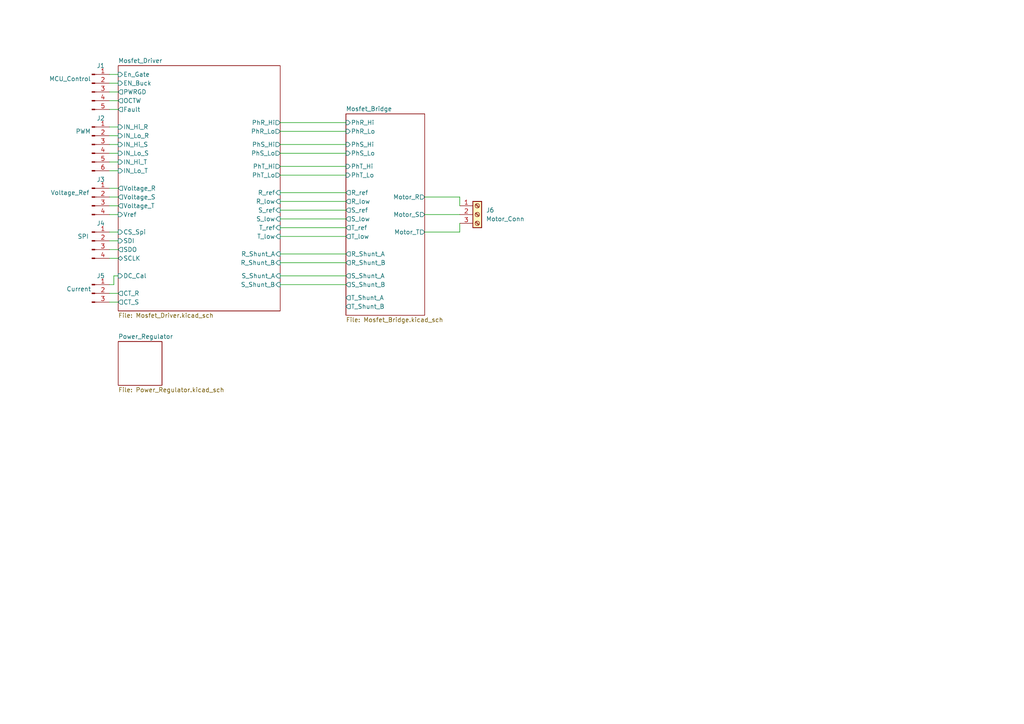
<source format=kicad_sch>
(kicad_sch (version 20211123) (generator eeschema)

  (uuid a9cb32f6-49de-4ab7-a69e-54da6e5c9201)

  (paper "A4")

  (title_block
    (title "BLDC Controller with FOC Support")
    (date "2023-02-12")
    (rev "v1")
    (comment 1 "Lecturer: Prof. Hacı Bodur")
    (comment 2 "Electrical Engineering course in Yildiz Technical University")
    (comment 3 "This design is for ELM4000 class which is graduation project on")
    (comment 4 "Author: Yunus Emre AYAN")
  )

  (lib_symbols
    (symbol "Connector:Conn_01x03_Male" (pin_names (offset 1.016) hide) (in_bom yes) (on_board yes)
      (property "Reference" "J" (id 0) (at 0 5.08 0)
        (effects (font (size 1.27 1.27)))
      )
      (property "Value" "Conn_01x03_Male" (id 1) (at 0 -5.08 0)
        (effects (font (size 1.27 1.27)))
      )
      (property "Footprint" "" (id 2) (at 0 0 0)
        (effects (font (size 1.27 1.27)) hide)
      )
      (property "Datasheet" "~" (id 3) (at 0 0 0)
        (effects (font (size 1.27 1.27)) hide)
      )
      (property "ki_keywords" "connector" (id 4) (at 0 0 0)
        (effects (font (size 1.27 1.27)) hide)
      )
      (property "ki_description" "Generic connector, single row, 01x03, script generated (kicad-library-utils/schlib/autogen/connector/)" (id 5) (at 0 0 0)
        (effects (font (size 1.27 1.27)) hide)
      )
      (property "ki_fp_filters" "Connector*:*_1x??_*" (id 6) (at 0 0 0)
        (effects (font (size 1.27 1.27)) hide)
      )
      (symbol "Conn_01x03_Male_1_1"
        (polyline
          (pts
            (xy 1.27 -2.54)
            (xy 0.8636 -2.54)
          )
          (stroke (width 0.1524) (type default) (color 0 0 0 0))
          (fill (type none))
        )
        (polyline
          (pts
            (xy 1.27 0)
            (xy 0.8636 0)
          )
          (stroke (width 0.1524) (type default) (color 0 0 0 0))
          (fill (type none))
        )
        (polyline
          (pts
            (xy 1.27 2.54)
            (xy 0.8636 2.54)
          )
          (stroke (width 0.1524) (type default) (color 0 0 0 0))
          (fill (type none))
        )
        (rectangle (start 0.8636 -2.413) (end 0 -2.667)
          (stroke (width 0.1524) (type default) (color 0 0 0 0))
          (fill (type outline))
        )
        (rectangle (start 0.8636 0.127) (end 0 -0.127)
          (stroke (width 0.1524) (type default) (color 0 0 0 0))
          (fill (type outline))
        )
        (rectangle (start 0.8636 2.667) (end 0 2.413)
          (stroke (width 0.1524) (type default) (color 0 0 0 0))
          (fill (type outline))
        )
        (pin passive line (at 5.08 2.54 180) (length 3.81)
          (name "Pin_1" (effects (font (size 1.27 1.27))))
          (number "1" (effects (font (size 1.27 1.27))))
        )
        (pin passive line (at 5.08 0 180) (length 3.81)
          (name "Pin_2" (effects (font (size 1.27 1.27))))
          (number "2" (effects (font (size 1.27 1.27))))
        )
        (pin passive line (at 5.08 -2.54 180) (length 3.81)
          (name "Pin_3" (effects (font (size 1.27 1.27))))
          (number "3" (effects (font (size 1.27 1.27))))
        )
      )
    )
    (symbol "Connector:Conn_01x04_Male" (pin_names (offset 1.016) hide) (in_bom yes) (on_board yes)
      (property "Reference" "J" (id 0) (at 0 5.08 0)
        (effects (font (size 1.27 1.27)))
      )
      (property "Value" "Conn_01x04_Male" (id 1) (at 0 -7.62 0)
        (effects (font (size 1.27 1.27)))
      )
      (property "Footprint" "" (id 2) (at 0 0 0)
        (effects (font (size 1.27 1.27)) hide)
      )
      (property "Datasheet" "~" (id 3) (at 0 0 0)
        (effects (font (size 1.27 1.27)) hide)
      )
      (property "ki_keywords" "connector" (id 4) (at 0 0 0)
        (effects (font (size 1.27 1.27)) hide)
      )
      (property "ki_description" "Generic connector, single row, 01x04, script generated (kicad-library-utils/schlib/autogen/connector/)" (id 5) (at 0 0 0)
        (effects (font (size 1.27 1.27)) hide)
      )
      (property "ki_fp_filters" "Connector*:*_1x??_*" (id 6) (at 0 0 0)
        (effects (font (size 1.27 1.27)) hide)
      )
      (symbol "Conn_01x04_Male_1_1"
        (polyline
          (pts
            (xy 1.27 -5.08)
            (xy 0.8636 -5.08)
          )
          (stroke (width 0.1524) (type default) (color 0 0 0 0))
          (fill (type none))
        )
        (polyline
          (pts
            (xy 1.27 -2.54)
            (xy 0.8636 -2.54)
          )
          (stroke (width 0.1524) (type default) (color 0 0 0 0))
          (fill (type none))
        )
        (polyline
          (pts
            (xy 1.27 0)
            (xy 0.8636 0)
          )
          (stroke (width 0.1524) (type default) (color 0 0 0 0))
          (fill (type none))
        )
        (polyline
          (pts
            (xy 1.27 2.54)
            (xy 0.8636 2.54)
          )
          (stroke (width 0.1524) (type default) (color 0 0 0 0))
          (fill (type none))
        )
        (rectangle (start 0.8636 -4.953) (end 0 -5.207)
          (stroke (width 0.1524) (type default) (color 0 0 0 0))
          (fill (type outline))
        )
        (rectangle (start 0.8636 -2.413) (end 0 -2.667)
          (stroke (width 0.1524) (type default) (color 0 0 0 0))
          (fill (type outline))
        )
        (rectangle (start 0.8636 0.127) (end 0 -0.127)
          (stroke (width 0.1524) (type default) (color 0 0 0 0))
          (fill (type outline))
        )
        (rectangle (start 0.8636 2.667) (end 0 2.413)
          (stroke (width 0.1524) (type default) (color 0 0 0 0))
          (fill (type outline))
        )
        (pin passive line (at 5.08 2.54 180) (length 3.81)
          (name "Pin_1" (effects (font (size 1.27 1.27))))
          (number "1" (effects (font (size 1.27 1.27))))
        )
        (pin passive line (at 5.08 0 180) (length 3.81)
          (name "Pin_2" (effects (font (size 1.27 1.27))))
          (number "2" (effects (font (size 1.27 1.27))))
        )
        (pin passive line (at 5.08 -2.54 180) (length 3.81)
          (name "Pin_3" (effects (font (size 1.27 1.27))))
          (number "3" (effects (font (size 1.27 1.27))))
        )
        (pin passive line (at 5.08 -5.08 180) (length 3.81)
          (name "Pin_4" (effects (font (size 1.27 1.27))))
          (number "4" (effects (font (size 1.27 1.27))))
        )
      )
    )
    (symbol "Connector:Conn_01x05_Male" (pin_names (offset 1.016) hide) (in_bom yes) (on_board yes)
      (property "Reference" "J" (id 0) (at 0 7.62 0)
        (effects (font (size 1.27 1.27)))
      )
      (property "Value" "Conn_01x05_Male" (id 1) (at 0 -7.62 0)
        (effects (font (size 1.27 1.27)))
      )
      (property "Footprint" "" (id 2) (at 0 0 0)
        (effects (font (size 1.27 1.27)) hide)
      )
      (property "Datasheet" "~" (id 3) (at 0 0 0)
        (effects (font (size 1.27 1.27)) hide)
      )
      (property "ki_keywords" "connector" (id 4) (at 0 0 0)
        (effects (font (size 1.27 1.27)) hide)
      )
      (property "ki_description" "Generic connector, single row, 01x05, script generated (kicad-library-utils/schlib/autogen/connector/)" (id 5) (at 0 0 0)
        (effects (font (size 1.27 1.27)) hide)
      )
      (property "ki_fp_filters" "Connector*:*_1x??_*" (id 6) (at 0 0 0)
        (effects (font (size 1.27 1.27)) hide)
      )
      (symbol "Conn_01x05_Male_1_1"
        (polyline
          (pts
            (xy 1.27 -5.08)
            (xy 0.8636 -5.08)
          )
          (stroke (width 0.1524) (type default) (color 0 0 0 0))
          (fill (type none))
        )
        (polyline
          (pts
            (xy 1.27 -2.54)
            (xy 0.8636 -2.54)
          )
          (stroke (width 0.1524) (type default) (color 0 0 0 0))
          (fill (type none))
        )
        (polyline
          (pts
            (xy 1.27 0)
            (xy 0.8636 0)
          )
          (stroke (width 0.1524) (type default) (color 0 0 0 0))
          (fill (type none))
        )
        (polyline
          (pts
            (xy 1.27 2.54)
            (xy 0.8636 2.54)
          )
          (stroke (width 0.1524) (type default) (color 0 0 0 0))
          (fill (type none))
        )
        (polyline
          (pts
            (xy 1.27 5.08)
            (xy 0.8636 5.08)
          )
          (stroke (width 0.1524) (type default) (color 0 0 0 0))
          (fill (type none))
        )
        (rectangle (start 0.8636 -4.953) (end 0 -5.207)
          (stroke (width 0.1524) (type default) (color 0 0 0 0))
          (fill (type outline))
        )
        (rectangle (start 0.8636 -2.413) (end 0 -2.667)
          (stroke (width 0.1524) (type default) (color 0 0 0 0))
          (fill (type outline))
        )
        (rectangle (start 0.8636 0.127) (end 0 -0.127)
          (stroke (width 0.1524) (type default) (color 0 0 0 0))
          (fill (type outline))
        )
        (rectangle (start 0.8636 2.667) (end 0 2.413)
          (stroke (width 0.1524) (type default) (color 0 0 0 0))
          (fill (type outline))
        )
        (rectangle (start 0.8636 5.207) (end 0 4.953)
          (stroke (width 0.1524) (type default) (color 0 0 0 0))
          (fill (type outline))
        )
        (pin passive line (at 5.08 5.08 180) (length 3.81)
          (name "Pin_1" (effects (font (size 1.27 1.27))))
          (number "1" (effects (font (size 1.27 1.27))))
        )
        (pin passive line (at 5.08 2.54 180) (length 3.81)
          (name "Pin_2" (effects (font (size 1.27 1.27))))
          (number "2" (effects (font (size 1.27 1.27))))
        )
        (pin passive line (at 5.08 0 180) (length 3.81)
          (name "Pin_3" (effects (font (size 1.27 1.27))))
          (number "3" (effects (font (size 1.27 1.27))))
        )
        (pin passive line (at 5.08 -2.54 180) (length 3.81)
          (name "Pin_4" (effects (font (size 1.27 1.27))))
          (number "4" (effects (font (size 1.27 1.27))))
        )
        (pin passive line (at 5.08 -5.08 180) (length 3.81)
          (name "Pin_5" (effects (font (size 1.27 1.27))))
          (number "5" (effects (font (size 1.27 1.27))))
        )
      )
    )
    (symbol "Connector:Conn_01x06_Male" (pin_names (offset 1.016) hide) (in_bom yes) (on_board yes)
      (property "Reference" "J" (id 0) (at 0 7.62 0)
        (effects (font (size 1.27 1.27)))
      )
      (property "Value" "Conn_01x06_Male" (id 1) (at 0 -10.16 0)
        (effects (font (size 1.27 1.27)))
      )
      (property "Footprint" "" (id 2) (at 0 0 0)
        (effects (font (size 1.27 1.27)) hide)
      )
      (property "Datasheet" "~" (id 3) (at 0 0 0)
        (effects (font (size 1.27 1.27)) hide)
      )
      (property "ki_keywords" "connector" (id 4) (at 0 0 0)
        (effects (font (size 1.27 1.27)) hide)
      )
      (property "ki_description" "Generic connector, single row, 01x06, script generated (kicad-library-utils/schlib/autogen/connector/)" (id 5) (at 0 0 0)
        (effects (font (size 1.27 1.27)) hide)
      )
      (property "ki_fp_filters" "Connector*:*_1x??_*" (id 6) (at 0 0 0)
        (effects (font (size 1.27 1.27)) hide)
      )
      (symbol "Conn_01x06_Male_1_1"
        (polyline
          (pts
            (xy 1.27 -7.62)
            (xy 0.8636 -7.62)
          )
          (stroke (width 0.1524) (type default) (color 0 0 0 0))
          (fill (type none))
        )
        (polyline
          (pts
            (xy 1.27 -5.08)
            (xy 0.8636 -5.08)
          )
          (stroke (width 0.1524) (type default) (color 0 0 0 0))
          (fill (type none))
        )
        (polyline
          (pts
            (xy 1.27 -2.54)
            (xy 0.8636 -2.54)
          )
          (stroke (width 0.1524) (type default) (color 0 0 0 0))
          (fill (type none))
        )
        (polyline
          (pts
            (xy 1.27 0)
            (xy 0.8636 0)
          )
          (stroke (width 0.1524) (type default) (color 0 0 0 0))
          (fill (type none))
        )
        (polyline
          (pts
            (xy 1.27 2.54)
            (xy 0.8636 2.54)
          )
          (stroke (width 0.1524) (type default) (color 0 0 0 0))
          (fill (type none))
        )
        (polyline
          (pts
            (xy 1.27 5.08)
            (xy 0.8636 5.08)
          )
          (stroke (width 0.1524) (type default) (color 0 0 0 0))
          (fill (type none))
        )
        (rectangle (start 0.8636 -7.493) (end 0 -7.747)
          (stroke (width 0.1524) (type default) (color 0 0 0 0))
          (fill (type outline))
        )
        (rectangle (start 0.8636 -4.953) (end 0 -5.207)
          (stroke (width 0.1524) (type default) (color 0 0 0 0))
          (fill (type outline))
        )
        (rectangle (start 0.8636 -2.413) (end 0 -2.667)
          (stroke (width 0.1524) (type default) (color 0 0 0 0))
          (fill (type outline))
        )
        (rectangle (start 0.8636 0.127) (end 0 -0.127)
          (stroke (width 0.1524) (type default) (color 0 0 0 0))
          (fill (type outline))
        )
        (rectangle (start 0.8636 2.667) (end 0 2.413)
          (stroke (width 0.1524) (type default) (color 0 0 0 0))
          (fill (type outline))
        )
        (rectangle (start 0.8636 5.207) (end 0 4.953)
          (stroke (width 0.1524) (type default) (color 0 0 0 0))
          (fill (type outline))
        )
        (pin passive line (at 5.08 5.08 180) (length 3.81)
          (name "Pin_1" (effects (font (size 1.27 1.27))))
          (number "1" (effects (font (size 1.27 1.27))))
        )
        (pin passive line (at 5.08 2.54 180) (length 3.81)
          (name "Pin_2" (effects (font (size 1.27 1.27))))
          (number "2" (effects (font (size 1.27 1.27))))
        )
        (pin passive line (at 5.08 0 180) (length 3.81)
          (name "Pin_3" (effects (font (size 1.27 1.27))))
          (number "3" (effects (font (size 1.27 1.27))))
        )
        (pin passive line (at 5.08 -2.54 180) (length 3.81)
          (name "Pin_4" (effects (font (size 1.27 1.27))))
          (number "4" (effects (font (size 1.27 1.27))))
        )
        (pin passive line (at 5.08 -5.08 180) (length 3.81)
          (name "Pin_5" (effects (font (size 1.27 1.27))))
          (number "5" (effects (font (size 1.27 1.27))))
        )
        (pin passive line (at 5.08 -7.62 180) (length 3.81)
          (name "Pin_6" (effects (font (size 1.27 1.27))))
          (number "6" (effects (font (size 1.27 1.27))))
        )
      )
    )
    (symbol "Connector:Screw_Terminal_01x03" (pin_names (offset 1.016) hide) (in_bom yes) (on_board yes)
      (property "Reference" "J" (id 0) (at 0 5.08 0)
        (effects (font (size 1.27 1.27)))
      )
      (property "Value" "Screw_Terminal_01x03" (id 1) (at 0 -5.08 0)
        (effects (font (size 1.27 1.27)))
      )
      (property "Footprint" "" (id 2) (at 0 0 0)
        (effects (font (size 1.27 1.27)) hide)
      )
      (property "Datasheet" "~" (id 3) (at 0 0 0)
        (effects (font (size 1.27 1.27)) hide)
      )
      (property "ki_keywords" "screw terminal" (id 4) (at 0 0 0)
        (effects (font (size 1.27 1.27)) hide)
      )
      (property "ki_description" "Generic screw terminal, single row, 01x03, script generated (kicad-library-utils/schlib/autogen/connector/)" (id 5) (at 0 0 0)
        (effects (font (size 1.27 1.27)) hide)
      )
      (property "ki_fp_filters" "TerminalBlock*:*" (id 6) (at 0 0 0)
        (effects (font (size 1.27 1.27)) hide)
      )
      (symbol "Screw_Terminal_01x03_1_1"
        (rectangle (start -1.27 3.81) (end 1.27 -3.81)
          (stroke (width 0.254) (type default) (color 0 0 0 0))
          (fill (type background))
        )
        (circle (center 0 -2.54) (radius 0.635)
          (stroke (width 0.1524) (type default) (color 0 0 0 0))
          (fill (type none))
        )
        (polyline
          (pts
            (xy -0.5334 -2.2098)
            (xy 0.3302 -3.048)
          )
          (stroke (width 0.1524) (type default) (color 0 0 0 0))
          (fill (type none))
        )
        (polyline
          (pts
            (xy -0.5334 0.3302)
            (xy 0.3302 -0.508)
          )
          (stroke (width 0.1524) (type default) (color 0 0 0 0))
          (fill (type none))
        )
        (polyline
          (pts
            (xy -0.5334 2.8702)
            (xy 0.3302 2.032)
          )
          (stroke (width 0.1524) (type default) (color 0 0 0 0))
          (fill (type none))
        )
        (polyline
          (pts
            (xy -0.3556 -2.032)
            (xy 0.508 -2.8702)
          )
          (stroke (width 0.1524) (type default) (color 0 0 0 0))
          (fill (type none))
        )
        (polyline
          (pts
            (xy -0.3556 0.508)
            (xy 0.508 -0.3302)
          )
          (stroke (width 0.1524) (type default) (color 0 0 0 0))
          (fill (type none))
        )
        (polyline
          (pts
            (xy -0.3556 3.048)
            (xy 0.508 2.2098)
          )
          (stroke (width 0.1524) (type default) (color 0 0 0 0))
          (fill (type none))
        )
        (circle (center 0 0) (radius 0.635)
          (stroke (width 0.1524) (type default) (color 0 0 0 0))
          (fill (type none))
        )
        (circle (center 0 2.54) (radius 0.635)
          (stroke (width 0.1524) (type default) (color 0 0 0 0))
          (fill (type none))
        )
        (pin passive line (at -5.08 2.54 0) (length 3.81)
          (name "Pin_1" (effects (font (size 1.27 1.27))))
          (number "1" (effects (font (size 1.27 1.27))))
        )
        (pin passive line (at -5.08 0 0) (length 3.81)
          (name "Pin_2" (effects (font (size 1.27 1.27))))
          (number "2" (effects (font (size 1.27 1.27))))
        )
        (pin passive line (at -5.08 -2.54 0) (length 3.81)
          (name "Pin_3" (effects (font (size 1.27 1.27))))
          (number "3" (effects (font (size 1.27 1.27))))
        )
      )
    )
  )


  (wire (pts (xy 133.35 57.15) (xy 133.35 59.69))
    (stroke (width 0) (type default) (color 0 0 0 0))
    (uuid 0702d43f-3368-4363-a8f2-c88169828aaa)
  )
  (wire (pts (xy 31.75 39.37) (xy 34.29 39.37))
    (stroke (width 0) (type default) (color 0 0 0 0))
    (uuid 10335873-00bc-4cdd-a616-0269c1716f1f)
  )
  (wire (pts (xy 31.75 29.21) (xy 34.29 29.21))
    (stroke (width 0) (type default) (color 0 0 0 0))
    (uuid 119b78ba-f47d-44cc-9f5e-bdc8d4734daa)
  )
  (wire (pts (xy 31.75 24.13) (xy 34.29 24.13))
    (stroke (width 0) (type default) (color 0 0 0 0))
    (uuid 1307e4bc-2750-4af6-8d23-624d9bfa8c5b)
  )
  (wire (pts (xy 31.75 36.83) (xy 34.29 36.83))
    (stroke (width 0) (type default) (color 0 0 0 0))
    (uuid 169b7374-b3c4-47f3-a300-a1cde09e0c7d)
  )
  (wire (pts (xy 31.75 87.63) (xy 34.29 87.63))
    (stroke (width 0) (type default) (color 0 0 0 0))
    (uuid 19edcb4d-91e5-4e9a-bd69-a09da9419e3a)
  )
  (wire (pts (xy 31.75 82.55) (xy 33.02 82.55))
    (stroke (width 0) (type default) (color 0 0 0 0))
    (uuid 27956858-fcf9-4f30-82d0-eca53ef84646)
  )
  (wire (pts (xy 123.19 62.23) (xy 133.35 62.23))
    (stroke (width 0) (type default) (color 0 0 0 0))
    (uuid 2f7d26b8-4e1b-4515-850b-09c9e6ac76ce)
  )
  (wire (pts (xy 31.75 41.91) (xy 34.29 41.91))
    (stroke (width 0) (type default) (color 0 0 0 0))
    (uuid 3680c7cf-2482-4645-8178-8b57d07309f6)
  )
  (wire (pts (xy 31.75 54.61) (xy 34.29 54.61))
    (stroke (width 0) (type default) (color 0 0 0 0))
    (uuid 3e7fbcd8-618c-472f-9947-51daed458a8d)
  )
  (wire (pts (xy 81.28 73.66) (xy 100.33 73.66))
    (stroke (width 0) (type default) (color 0 0 0 0))
    (uuid 423ea3b9-9dea-4b55-beee-8d39062c86bf)
  )
  (wire (pts (xy 81.28 38.1) (xy 100.33 38.1))
    (stroke (width 0) (type default) (color 0 0 0 0))
    (uuid 4589548b-1f84-47e3-a474-5b1639a3c8a0)
  )
  (wire (pts (xy 81.28 48.26) (xy 100.33 48.26))
    (stroke (width 0) (type default) (color 0 0 0 0))
    (uuid 46d4c75c-628d-48a0-81f3-74daa47f98a0)
  )
  (wire (pts (xy 81.28 80.01) (xy 100.33 80.01))
    (stroke (width 0) (type default) (color 0 0 0 0))
    (uuid 47822849-2ec3-4d07-ad80-bf25f09d752b)
  )
  (wire (pts (xy 81.28 63.5) (xy 100.33 63.5))
    (stroke (width 0) (type default) (color 0 0 0 0))
    (uuid 4cf9b955-4ed4-4a78-a9c7-4744c6e2b520)
  )
  (wire (pts (xy 31.75 69.85) (xy 34.29 69.85))
    (stroke (width 0) (type default) (color 0 0 0 0))
    (uuid 4fe575d5-05e3-4fe6-b395-851c277cdd4d)
  )
  (wire (pts (xy 31.75 62.23) (xy 34.29 62.23))
    (stroke (width 0) (type default) (color 0 0 0 0))
    (uuid 5820e2bd-a108-402a-b834-92a92fab3ce6)
  )
  (wire (pts (xy 31.75 85.09) (xy 34.29 85.09))
    (stroke (width 0) (type default) (color 0 0 0 0))
    (uuid 59a96b8f-ca00-40c1-a8d2-4abab5b64489)
  )
  (wire (pts (xy 31.75 31.75) (xy 34.29 31.75))
    (stroke (width 0) (type default) (color 0 0 0 0))
    (uuid 5be143e7-0bff-4724-a4c9-a4be9647aaa3)
  )
  (wire (pts (xy 31.75 26.67) (xy 34.29 26.67))
    (stroke (width 0) (type default) (color 0 0 0 0))
    (uuid 63e40409-ce33-457a-a0d3-525aa84ea535)
  )
  (wire (pts (xy 133.35 64.77) (xy 133.35 67.31))
    (stroke (width 0) (type default) (color 0 0 0 0))
    (uuid 650eb44b-f340-49c3-bac5-789287c798dc)
  )
  (wire (pts (xy 81.28 68.58) (xy 100.33 68.58))
    (stroke (width 0) (type default) (color 0 0 0 0))
    (uuid 7584b095-fa9e-4ff7-b367-ffb27c7f88fd)
  )
  (wire (pts (xy 81.28 35.56) (xy 100.33 35.56))
    (stroke (width 0) (type default) (color 0 0 0 0))
    (uuid 800425c0-2c47-48a4-875a-cf24a615a858)
  )
  (wire (pts (xy 31.75 74.93) (xy 34.29 74.93))
    (stroke (width 0) (type default) (color 0 0 0 0))
    (uuid 8c4e53e4-d802-4fbc-812b-99853fbec213)
  )
  (wire (pts (xy 81.28 66.04) (xy 100.33 66.04))
    (stroke (width 0) (type default) (color 0 0 0 0))
    (uuid 8d91a28c-0f24-4d14-95ae-72ef4614c1ae)
  )
  (wire (pts (xy 33.02 80.01) (xy 34.29 80.01))
    (stroke (width 0) (type default) (color 0 0 0 0))
    (uuid 916c6452-1505-4839-bd4c-34db2feb8db4)
  )
  (wire (pts (xy 81.28 60.96) (xy 100.33 60.96))
    (stroke (width 0) (type default) (color 0 0 0 0))
    (uuid 97f6f80c-d9d6-43ba-8cc7-3e51346812f7)
  )
  (wire (pts (xy 31.75 46.99) (xy 34.29 46.99))
    (stroke (width 0) (type default) (color 0 0 0 0))
    (uuid 99cb3059-38f0-4cff-a119-111bbc855046)
  )
  (wire (pts (xy 81.28 50.8) (xy 100.33 50.8))
    (stroke (width 0) (type default) (color 0 0 0 0))
    (uuid 9df11a7d-7017-4443-8704-b5169f91da6f)
  )
  (wire (pts (xy 123.19 67.31) (xy 133.35 67.31))
    (stroke (width 0) (type default) (color 0 0 0 0))
    (uuid a96fc5c3-2dd5-4a45-9699-a34a1dac53c6)
  )
  (wire (pts (xy 81.28 58.42) (xy 100.33 58.42))
    (stroke (width 0) (type default) (color 0 0 0 0))
    (uuid b12acb0e-950e-4de8-98aa-ba88b693b9c2)
  )
  (wire (pts (xy 81.28 44.45) (xy 100.33 44.45))
    (stroke (width 0) (type default) (color 0 0 0 0))
    (uuid bb62646f-0e27-4dc9-abf9-754b4a98e782)
  )
  (wire (pts (xy 31.75 49.53) (xy 34.29 49.53))
    (stroke (width 0) (type default) (color 0 0 0 0))
    (uuid bebca69a-58b5-4a94-ac0e-b0e2d07e7221)
  )
  (wire (pts (xy 123.19 57.15) (xy 133.35 57.15))
    (stroke (width 0) (type default) (color 0 0 0 0))
    (uuid c36bd74d-0e80-4cb8-af36-84d03ccf371e)
  )
  (wire (pts (xy 31.75 67.31) (xy 34.29 67.31))
    (stroke (width 0) (type default) (color 0 0 0 0))
    (uuid c43956a9-a2da-4843-bb62-022452f70f61)
  )
  (wire (pts (xy 31.75 59.69) (xy 34.29 59.69))
    (stroke (width 0) (type default) (color 0 0 0 0))
    (uuid c81e2b60-8f53-409d-afe4-bae7c1d85dbf)
  )
  (wire (pts (xy 81.28 82.55) (xy 100.33 82.55))
    (stroke (width 0) (type default) (color 0 0 0 0))
    (uuid c974f8f8-575d-473b-ad3c-a11840865b59)
  )
  (wire (pts (xy 31.75 72.39) (xy 34.29 72.39))
    (stroke (width 0) (type default) (color 0 0 0 0))
    (uuid cd7f078c-aa8f-4031-9cc0-998bcac2487e)
  )
  (wire (pts (xy 33.02 82.55) (xy 33.02 80.01))
    (stroke (width 0) (type default) (color 0 0 0 0))
    (uuid d3bc697d-22d0-4da8-8750-d511569213cd)
  )
  (wire (pts (xy 31.75 57.15) (xy 34.29 57.15))
    (stroke (width 0) (type default) (color 0 0 0 0))
    (uuid d479b4df-4f01-4a43-9b51-e228629ef553)
  )
  (wire (pts (xy 81.28 55.88) (xy 100.33 55.88))
    (stroke (width 0) (type default) (color 0 0 0 0))
    (uuid d74e2a1c-8e82-4342-91d6-da7fa35f6f01)
  )
  (wire (pts (xy 31.75 44.45) (xy 34.29 44.45))
    (stroke (width 0) (type default) (color 0 0 0 0))
    (uuid dd265531-6e4d-44aa-ab43-4bd3327c4d42)
  )
  (wire (pts (xy 31.75 21.59) (xy 34.29 21.59))
    (stroke (width 0) (type default) (color 0 0 0 0))
    (uuid df26095d-4ed0-4ae8-81f3-801dab0234a7)
  )
  (wire (pts (xy 81.28 76.2) (xy 100.33 76.2))
    (stroke (width 0) (type default) (color 0 0 0 0))
    (uuid e28c70fd-1557-4bd5-bc65-5fa1875d55e9)
  )
  (wire (pts (xy 81.28 41.91) (xy 100.33 41.91))
    (stroke (width 0) (type default) (color 0 0 0 0))
    (uuid e88263ae-3274-4921-a19b-7076a293ed02)
  )

  (symbol (lib_id "Connector:Conn_01x04_Male") (at 26.67 57.15 0) (unit 1)
    (in_bom yes) (on_board yes)
    (uuid 32044176-1fc5-4843-9f06-19bad0224167)
    (property "Reference" "J3" (id 0) (at 29.21 52.07 0))
    (property "Value" "Voltage_Ref" (id 1) (at 20.32 55.88 0))
    (property "Footprint" "Connector_PinHeader_2.54mm:PinHeader_1x04_P2.54mm_Vertical" (id 2) (at 26.67 57.15 0)
      (effects (font (size 1.27 1.27)) hide)
    )
    (property "Datasheet" "~" (id 3) (at 26.67 57.15 0)
      (effects (font (size 1.27 1.27)) hide)
    )
    (pin "1" (uuid 552b1603-bdae-4422-9fcc-b0a99a1c38ec))
    (pin "2" (uuid cc22e58b-570b-454e-90bf-f060c39203c5))
    (pin "3" (uuid 8676f634-e8fd-4e7e-bbc7-9b22bec1198f))
    (pin "4" (uuid 0146974e-a6b4-40d8-bfc7-905ed578b919))
  )

  (symbol (lib_id "Connector:Screw_Terminal_01x03") (at 138.43 62.23 0) (unit 1)
    (in_bom yes) (on_board yes) (fields_autoplaced)
    (uuid 503d6abd-823e-4835-8c00-c2fe0919c931)
    (property "Reference" "J6" (id 0) (at 140.97 60.9599 0)
      (effects (font (size 1.27 1.27)) (justify left))
    )
    (property "Value" "Motor_Conn" (id 1) (at 140.97 63.4999 0)
      (effects (font (size 1.27 1.27)) (justify left))
    )
    (property "Footprint" "" (id 2) (at 138.43 62.23 0)
      (effects (font (size 1.27 1.27)) hide)
    )
    (property "Datasheet" "~" (id 3) (at 138.43 62.23 0)
      (effects (font (size 1.27 1.27)) hide)
    )
    (pin "1" (uuid 10c0f073-c120-4d52-9b58-ed8455816e5f))
    (pin "2" (uuid 93030789-4845-4161-a08d-34a1cbc6875e))
    (pin "3" (uuid d172c8fa-e7b5-43ff-bb43-c4ed3f4a4d89))
  )

  (symbol (lib_id "Connector:Conn_01x05_Male") (at 26.67 26.67 0) (unit 1)
    (in_bom yes) (on_board yes)
    (uuid 50575c64-0a78-4067-b4e4-3014149a9d36)
    (property "Reference" "J1" (id 0) (at 29.21 19.05 0))
    (property "Value" "MCU_Control" (id 1) (at 20.32 22.86 0))
    (property "Footprint" "Connector_PinHeader_2.54mm:PinHeader_1x05_P2.54mm_Vertical" (id 2) (at 26.67 26.67 0)
      (effects (font (size 1.27 1.27)) hide)
    )
    (property "Datasheet" "~" (id 3) (at 26.67 26.67 0)
      (effects (font (size 1.27 1.27)) hide)
    )
    (pin "1" (uuid 3076fa13-163b-462c-982e-40e889eef1f9))
    (pin "2" (uuid b4a507f1-87d5-4bf0-9505-d899ab487e36))
    (pin "3" (uuid f6ae1528-1727-4b59-ac86-f675951d488f))
    (pin "4" (uuid cb1cadff-a6a4-4937-bc91-cf74414822c5))
    (pin "5" (uuid 6b8505ee-89a4-4636-b3c4-24bb4a288652))
  )

  (symbol (lib_id "Connector:Conn_01x03_Male") (at 26.67 85.09 0) (unit 1)
    (in_bom yes) (on_board yes)
    (uuid 7053d6ff-94bf-45ad-9b58-6d3ac191bb24)
    (property "Reference" "J5" (id 0) (at 29.21 80.01 0))
    (property "Value" "Current" (id 1) (at 22.86 83.82 0))
    (property "Footprint" "Connector_PinHeader_2.54mm:PinHeader_1x03_P2.54mm_Vertical" (id 2) (at 26.67 85.09 0)
      (effects (font (size 1.27 1.27)) hide)
    )
    (property "Datasheet" "~" (id 3) (at 26.67 85.09 0)
      (effects (font (size 1.27 1.27)) hide)
    )
    (pin "1" (uuid ca43386c-5971-4697-ad14-47a79d256440))
    (pin "2" (uuid 9faadc30-98d3-4318-a57c-39a9dd83e371))
    (pin "3" (uuid 46bcb67c-2df7-461c-8ebb-542ebe4f41b3))
  )

  (symbol (lib_id "Connector:Conn_01x04_Male") (at 26.67 69.85 0) (unit 1)
    (in_bom yes) (on_board yes)
    (uuid 77298fab-9af3-4a58-966f-ca6a73a0224f)
    (property "Reference" "J4" (id 0) (at 29.21 64.77 0))
    (property "Value" "SPI" (id 1) (at 24.13 68.58 0))
    (property "Footprint" "Connector_PinHeader_2.54mm:PinHeader_1x04_P2.54mm_Vertical" (id 2) (at 26.67 69.85 0)
      (effects (font (size 1.27 1.27)) hide)
    )
    (property "Datasheet" "~" (id 3) (at 26.67 69.85 0)
      (effects (font (size 1.27 1.27)) hide)
    )
    (pin "1" (uuid fe079e7e-4da0-45a8-ac73-a46b6f2457f6))
    (pin "2" (uuid f68b12de-3e6e-4cf3-a6b3-4d62867a6302))
    (pin "3" (uuid cfe85df5-5b7e-4fad-93fc-7334a6ef64e5))
    (pin "4" (uuid f7803800-d081-4d3f-aab0-9219ca4534b9))
  )

  (symbol (lib_id "Connector:Conn_01x06_Male") (at 26.67 41.91 0) (unit 1)
    (in_bom yes) (on_board yes)
    (uuid 86b7eaca-1bfa-4223-98c0-a3b4359f693a)
    (property "Reference" "J2" (id 0) (at 29.21 34.29 0))
    (property "Value" "PWM" (id 1) (at 24.13 38.1 0))
    (property "Footprint" "" (id 2) (at 26.67 41.91 0)
      (effects (font (size 1.27 1.27)) hide)
    )
    (property "Datasheet" "~" (id 3) (at 26.67 41.91 0)
      (effects (font (size 1.27 1.27)) hide)
    )
    (pin "1" (uuid ad8a072e-002e-48f4-88a3-03ab73519411))
    (pin "2" (uuid 97e962e5-bcef-40cc-bf3a-b678c95ad9f0))
    (pin "3" (uuid 4eebc464-7f34-43bc-9673-91403ba20fa5))
    (pin "4" (uuid 382e3228-b883-47bb-9254-7198776a052c))
    (pin "5" (uuid 2194a2c4-7500-4817-827a-d10a8383e3c1))
    (pin "6" (uuid 3fc115e0-64de-4758-a37a-76c142f595d2))
  )

  (sheet (at 100.33 33.02) (size 22.86 58.42) (fields_autoplaced)
    (stroke (width 0.1524) (type solid) (color 0 0 0 0))
    (fill (color 0 0 0 0.0000))
    (uuid 2d02d0b3-9498-42ba-9744-4f4f17260786)
    (property "Sheet name" "Mosfet_Bridge" (id 0) (at 100.33 32.3084 0)
      (effects (font (size 1.27 1.27)) (justify left bottom))
    )
    (property "Sheet file" "Mosfet_Bridge.kicad_sch" (id 1) (at 100.33 92.0246 0)
      (effects (font (size 1.27 1.27)) (justify left top))
    )
    (pin "PhS_Hi" input (at 100.33 41.91 180)
      (effects (font (size 1.27 1.27)) (justify left))
      (uuid 5e71eeee-9087-4455-a6fc-c3219af9935e)
    )
    (pin "Motor_R" output (at 123.19 57.15 0)
      (effects (font (size 1.27 1.27)) (justify right))
      (uuid a8a217ba-130f-4458-8a3f-81259a3dde80)
    )
    (pin "R_ref" output (at 100.33 55.88 180)
      (effects (font (size 1.27 1.27)) (justify left))
      (uuid 24579680-004c-488a-a85a-81037cad22d9)
    )
    (pin "PhS_Lo" input (at 100.33 44.45 180)
      (effects (font (size 1.27 1.27)) (justify left))
      (uuid 19f7007b-562e-4f1a-8729-9269d5c73f85)
    )
    (pin "PhR_Lo" input (at 100.33 38.1 180)
      (effects (font (size 1.27 1.27)) (justify left))
      (uuid 295ae3b4-dea0-451f-b156-cfc5c23f7bae)
    )
    (pin "PhR_Hi" input (at 100.33 35.56 180)
      (effects (font (size 1.27 1.27)) (justify left))
      (uuid d52f786c-ea8e-40b9-a14b-89ed11b410ad)
    )
    (pin "S_Shunt_B" output (at 100.33 82.55 180)
      (effects (font (size 1.27 1.27)) (justify left))
      (uuid e53be226-548f-4bd9-813f-83565efa7bcc)
    )
    (pin "S_ref" output (at 100.33 60.96 180)
      (effects (font (size 1.27 1.27)) (justify left))
      (uuid a85686d7-9dfe-4696-b966-5f5bafe54608)
    )
    (pin "R_Shunt_A" output (at 100.33 73.66 180)
      (effects (font (size 1.27 1.27)) (justify left))
      (uuid a8e5ba9a-7b8c-491e-ae63-4c3540f49341)
    )
    (pin "R_Shunt_B" output (at 100.33 76.2 180)
      (effects (font (size 1.27 1.27)) (justify left))
      (uuid 73c5382e-aea8-4543-8c95-18040014b7d0)
    )
    (pin "S_Shunt_A" output (at 100.33 80.01 180)
      (effects (font (size 1.27 1.27)) (justify left))
      (uuid 57eeac45-be76-436f-934d-c858d0d13698)
    )
    (pin "Motor_S" output (at 123.19 62.23 0)
      (effects (font (size 1.27 1.27)) (justify right))
      (uuid 34b54963-a963-4fd9-b727-468c24322114)
    )
    (pin "PhT_Lo" input (at 100.33 50.8 180)
      (effects (font (size 1.27 1.27)) (justify left))
      (uuid 34fdaf4f-7821-459a-8f8c-3629d267adb9)
    )
    (pin "PhT_Hi" input (at 100.33 48.26 180)
      (effects (font (size 1.27 1.27)) (justify left))
      (uuid 8c3c7e38-aa9b-4b72-b544-840ba9ad4c14)
    )
    (pin "T_Shunt_B" output (at 100.33 88.9 180)
      (effects (font (size 1.27 1.27)) (justify left))
      (uuid 9e20e511-6150-4502-b8b0-6b8e09ac1aae)
    )
    (pin "T_Shunt_A" output (at 100.33 86.36 180)
      (effects (font (size 1.27 1.27)) (justify left))
      (uuid cbb7a169-dbce-4d13-98b4-85fdbae6439d)
    )
    (pin "Motor_T" output (at 123.19 67.31 0)
      (effects (font (size 1.27 1.27)) (justify right))
      (uuid 04d7f6b9-90d5-4f6a-be0a-cc7d8de43942)
    )
    (pin "T_ref" output (at 100.33 66.04 180)
      (effects (font (size 1.27 1.27)) (justify left))
      (uuid f781da22-4638-40a2-8b38-2779f725c5e7)
    )
    (pin "T_low" output (at 100.33 68.58 180)
      (effects (font (size 1.27 1.27)) (justify left))
      (uuid cd8b48f2-8e3d-4419-939e-e5a2b1e774eb)
    )
    (pin "S_low" output (at 100.33 63.5 180)
      (effects (font (size 1.27 1.27)) (justify left))
      (uuid 7e14624b-c406-48fa-a908-d3746708f260)
    )
    (pin "R_low" output (at 100.33 58.42 180)
      (effects (font (size 1.27 1.27)) (justify left))
      (uuid 7af342a1-e5d6-4c14-9c3e-37ed9bf13a98)
    )
  )

  (sheet (at 34.29 99.06) (size 12.7 12.7) (fields_autoplaced)
    (stroke (width 0.1524) (type solid) (color 0 0 0 0))
    (fill (color 0 0 0 0.0000))
    (uuid 6ed4a4e1-71c0-462b-a64c-8ecb34668b8a)
    (property "Sheet name" "Power_Regulator" (id 0) (at 34.29 98.3484 0)
      (effects (font (size 1.27 1.27)) (justify left bottom))
    )
    (property "Sheet file" "Power_Regulator.kicad_sch" (id 1) (at 34.29 112.3446 0)
      (effects (font (size 1.27 1.27)) (justify left top))
    )
  )

  (sheet (at 34.29 19.05) (size 46.99 71.12) (fields_autoplaced)
    (stroke (width 0.1524) (type solid) (color 0 0 0 0))
    (fill (color 0 0 0 0.0000))
    (uuid 7d60f2a3-1693-40c4-8b38-caa468a61856)
    (property "Sheet name" "Mosfet_Driver" (id 0) (at 34.29 18.3384 0)
      (effects (font (size 1.27 1.27)) (justify left bottom))
    )
    (property "Sheet file" "Mosfet_Driver.kicad_sch" (id 1) (at 34.29 90.7546 0)
      (effects (font (size 1.27 1.27)) (justify left top))
    )
    (pin "PhR_Hi" output (at 81.28 35.56 0)
      (effects (font (size 1.27 1.27)) (justify right))
      (uuid bffd4b89-6a51-404a-8909-c756c77aca08)
    )
    (pin "PhS_Hi" output (at 81.28 41.91 0)
      (effects (font (size 1.27 1.27)) (justify right))
      (uuid 679048e2-df35-4498-9760-435a24180821)
    )
    (pin "PhS_Lo" output (at 81.28 44.45 0)
      (effects (font (size 1.27 1.27)) (justify right))
      (uuid 4a4d3c9b-df7d-43f4-970c-5bf9caa16cdc)
    )
    (pin "PhT_Hi" output (at 81.28 48.26 0)
      (effects (font (size 1.27 1.27)) (justify right))
      (uuid cc9a9eb2-732c-4c49-9bbe-90e66645fd43)
    )
    (pin "PhR_Lo" output (at 81.28 38.1 0)
      (effects (font (size 1.27 1.27)) (justify right))
      (uuid 92d8d16f-b960-4e68-bda8-47240ea0a067)
    )
    (pin "PhT_Lo" output (at 81.28 50.8 0)
      (effects (font (size 1.27 1.27)) (justify right))
      (uuid 190d6766-88da-410a-af6b-7318b7ac720f)
    )
    (pin "S_low" input (at 81.28 63.5 0)
      (effects (font (size 1.27 1.27)) (justify right))
      (uuid edee7a1b-8022-447b-9557-9b1bdb2c640a)
    )
    (pin "S_ref" input (at 81.28 60.96 0)
      (effects (font (size 1.27 1.27)) (justify right))
      (uuid b42633d6-a0c5-4104-92f2-608427d444ef)
    )
    (pin "R_ref" input (at 81.28 55.88 0)
      (effects (font (size 1.27 1.27)) (justify right))
      (uuid db371b78-9958-414a-8ce9-5ce855085a49)
    )
    (pin "R_low" input (at 81.28 58.42 0)
      (effects (font (size 1.27 1.27)) (justify right))
      (uuid 94e5aa19-cadf-4a8d-9af5-8b2e4234017d)
    )
    (pin "T_ref" input (at 81.28 66.04 0)
      (effects (font (size 1.27 1.27)) (justify right))
      (uuid 62f1277a-98b7-4803-9ac4-fee727747f18)
    )
    (pin "T_low" input (at 81.28 68.58 0)
      (effects (font (size 1.27 1.27)) (justify right))
      (uuid 502d8029-548c-408a-a12f-296409985b46)
    )
    (pin "R_Shunt_A" input (at 81.28 73.66 0)
      (effects (font (size 1.27 1.27)) (justify right))
      (uuid 43afed25-df5a-44a1-80f2-251de5814d65)
    )
    (pin "S_Shunt_A" input (at 81.28 80.01 0)
      (effects (font (size 1.27 1.27)) (justify right))
      (uuid 8b791097-9898-43f5-ac6f-5c9f74a6fa9a)
    )
    (pin "R_Shunt_B" input (at 81.28 76.2 0)
      (effects (font (size 1.27 1.27)) (justify right))
      (uuid 80c474d4-3cf8-4f77-a19a-846102d8d8e8)
    )
    (pin "S_Shunt_B" input (at 81.28 82.55 0)
      (effects (font (size 1.27 1.27)) (justify right))
      (uuid 52a56ad7-8a47-40eb-9aab-14a085d9539a)
    )
    (pin "CS_Spi" input (at 34.29 67.31 180)
      (effects (font (size 1.27 1.27)) (justify left))
      (uuid ef476caf-39cc-4a64-aae5-d6657fb42f8d)
    )
    (pin "SDI" input (at 34.29 69.85 180)
      (effects (font (size 1.27 1.27)) (justify left))
      (uuid f1518897-b489-4761-8ea5-ee0702fa1dec)
    )
    (pin "SDO" output (at 34.29 72.39 180)
      (effects (font (size 1.27 1.27)) (justify left))
      (uuid 76fcf8ba-ad06-40e2-9d1e-eac60fc6d5a5)
    )
    (pin "Fault" output (at 34.29 31.75 180)
      (effects (font (size 1.27 1.27)) (justify left))
      (uuid 6b0d3f66-43bb-47d6-825f-5bdede8aba57)
    )
    (pin "OCTW" output (at 34.29 29.21 180)
      (effects (font (size 1.27 1.27)) (justify left))
      (uuid 65661322-8d40-46d8-b3a9-9d3c3155afc7)
    )
    (pin "PWRGD" output (at 34.29 26.67 180)
      (effects (font (size 1.27 1.27)) (justify left))
      (uuid 7d9090d8-a8bf-4526-9bfd-420b42b598e6)
    )
    (pin "CT_R" output (at 34.29 85.09 180)
      (effects (font (size 1.27 1.27)) (justify left))
      (uuid 41552702-d15a-44cf-8ccb-1fd0afa24305)
    )
    (pin "CT_S" output (at 34.29 87.63 180)
      (effects (font (size 1.27 1.27)) (justify left))
      (uuid 9ffcd360-794c-4d79-80a6-7b0da8fc220d)
    )
    (pin "DC_Cal" input (at 34.29 80.01 180)
      (effects (font (size 1.27 1.27)) (justify left))
      (uuid 7b63e8db-a788-484d-8591-390d5e4845ca)
    )
    (pin "SCLK" bidirectional (at 34.29 74.93 180)
      (effects (font (size 1.27 1.27)) (justify left))
      (uuid d11b69c4-ebd4-4c5d-b81c-1f9121662ab5)
    )
    (pin "IN_Lo_T" input (at 34.29 49.53 180)
      (effects (font (size 1.27 1.27)) (justify left))
      (uuid 09b1b8e4-d32b-4baf-a7c0-239bad9929a0)
    )
    (pin "Vref" input (at 34.29 62.23 180)
      (effects (font (size 1.27 1.27)) (justify left))
      (uuid 0356fa91-5d1d-44b2-b996-6bb2305f63bf)
    )
    (pin "IN_Hi_R" input (at 34.29 36.83 180)
      (effects (font (size 1.27 1.27)) (justify left))
      (uuid b2707519-ee1c-4da6-a963-31f79748b852)
    )
    (pin "En_Gate" input (at 34.29 21.59 180)
      (effects (font (size 1.27 1.27)) (justify left))
      (uuid 9c79f289-5e8c-4dc5-8192-d1a30b65d708)
    )
    (pin "IN_Hi_S" input (at 34.29 41.91 180)
      (effects (font (size 1.27 1.27)) (justify left))
      (uuid 73015a92-8ab1-411e-b59a-142d318fcaa8)
    )
    (pin "IN_Hi_T" input (at 34.29 46.99 180)
      (effects (font (size 1.27 1.27)) (justify left))
      (uuid cd2463ad-8537-4a81-b3c6-4fe27820a078)
    )
    (pin "IN_Lo_R" input (at 34.29 39.37 180)
      (effects (font (size 1.27 1.27)) (justify left))
      (uuid ca6f6bcd-d37f-420f-b0ef-77913e1a8ec7)
    )
    (pin "IN_Lo_S" input (at 34.29 44.45 180)
      (effects (font (size 1.27 1.27)) (justify left))
      (uuid af99167e-7f91-4f2d-983c-ae9c43ef1f7d)
    )
    (pin "Voltage_S" output (at 34.29 57.15 180)
      (effects (font (size 1.27 1.27)) (justify left))
      (uuid 7710d3cc-f806-49cb-800a-be9b428e0cd7)
    )
    (pin "Voltage_T" output (at 34.29 59.69 180)
      (effects (font (size 1.27 1.27)) (justify left))
      (uuid aed18579-7ab2-43c0-b05f-6fd1f082059d)
    )
    (pin "Voltage_R" output (at 34.29 54.61 180)
      (effects (font (size 1.27 1.27)) (justify left))
      (uuid 84b89e8c-b38c-4d1b-ae22-aebe46ae1889)
    )
    (pin "EN_Buck" input (at 34.29 24.13 180)
      (effects (font (size 1.27 1.27)) (justify left))
      (uuid 3ddf4439-bc9a-44b3-9ccd-be5060f1ed24)
    )
  )

  (sheet_instances
    (path "/" (page "1"))
    (path "/6ed4a4e1-71c0-462b-a64c-8ecb34668b8a" (page "2"))
    (path "/7d60f2a3-1693-40c4-8b38-caa468a61856" (page "3"))
    (path "/2d02d0b3-9498-42ba-9744-4f4f17260786" (page "4"))
  )

  (symbol_instances
    (path "/6ed4a4e1-71c0-462b-a64c-8ecb34668b8a/e450a187-146c-4e87-ac8a-b93511e014fb"
      (reference "#PWR01") (unit 1) (value "VCC") (footprint "")
    )
    (path "/6ed4a4e1-71c0-462b-a64c-8ecb34668b8a/7b6c9a31-9793-42da-b4a8-145c8ee6f092"
      (reference "#PWR02") (unit 1) (value "GND") (footprint "")
    )
    (path "/6ed4a4e1-71c0-462b-a64c-8ecb34668b8a/8e91dce8-6d20-4217-bd9d-2d07f34ea0dc"
      (reference "#PWR03") (unit 1) (value "VCC") (footprint "")
    )
    (path "/6ed4a4e1-71c0-462b-a64c-8ecb34668b8a/67ad5f51-1cb3-462b-b1df-5f4a88b35095"
      (reference "#PWR04") (unit 1) (value "+3V3") (footprint "")
    )
    (path "/6ed4a4e1-71c0-462b-a64c-8ecb34668b8a/352537ad-2f4b-4ac4-a64d-945366615b87"
      (reference "#PWR05") (unit 1) (value "GNDS") (footprint "")
    )
    (path "/6ed4a4e1-71c0-462b-a64c-8ecb34668b8a/f31a9047-186b-4625-a7e1-edbf3a945857"
      (reference "#PWR06") (unit 1) (value "GNDS") (footprint "")
    )
    (path "/6ed4a4e1-71c0-462b-a64c-8ecb34668b8a/c161f21e-2883-4623-b7fb-396759f3ee5e"
      (reference "#PWR07") (unit 1) (value "GND") (footprint "")
    )
    (path "/6ed4a4e1-71c0-462b-a64c-8ecb34668b8a/9c904bcc-5f6b-467e-9cea-315d019cbd82"
      (reference "#PWR08") (unit 1) (value "+3V3") (footprint "")
    )
    (path "/6ed4a4e1-71c0-462b-a64c-8ecb34668b8a/d515164d-aa49-40b2-ab76-b68a813cdf3a"
      (reference "#PWR09") (unit 1) (value "GNDA") (footprint "")
    )
    (path "/7d60f2a3-1693-40c4-8b38-caa468a61856/04197316-0aba-4003-976f-200642b884b2"
      (reference "#PWR010") (unit 1) (value "GNDS") (footprint "")
    )
    (path "/7d60f2a3-1693-40c4-8b38-caa468a61856/19e87e15-2173-41b1-8b40-df31449b5231"
      (reference "#PWR011") (unit 1) (value "VCC") (footprint "")
    )
    (path "/7d60f2a3-1693-40c4-8b38-caa468a61856/3c02c255-f52d-4e01-989c-c16c0a2a4c18"
      (reference "#PWR012") (unit 1) (value "GNDS") (footprint "")
    )
    (path "/7d60f2a3-1693-40c4-8b38-caa468a61856/64229361-826b-469a-a7d5-e8d510ce5432"
      (reference "#PWR013") (unit 1) (value "GNDA") (footprint "")
    )
    (path "/7d60f2a3-1693-40c4-8b38-caa468a61856/a3e925e3-e2d3-480d-93d9-b13bc8d66e4a"
      (reference "#PWR014") (unit 1) (value "GNDS") (footprint "")
    )
    (path "/7d60f2a3-1693-40c4-8b38-caa468a61856/93a91f9b-9ad0-48bb-b9e6-0b8a552c2c72"
      (reference "#PWR015") (unit 1) (value "VCC") (footprint "")
    )
    (path "/7d60f2a3-1693-40c4-8b38-caa468a61856/4603cb41-db22-4d96-83c2-29ceca45268b"
      (reference "#PWR016") (unit 1) (value "GNDS") (footprint "")
    )
    (path "/7d60f2a3-1693-40c4-8b38-caa468a61856/f66cb8c5-07da-442c-b43f-08b1310dfea2"
      (reference "#PWR017") (unit 1) (value "GNDS") (footprint "")
    )
    (path "/7d60f2a3-1693-40c4-8b38-caa468a61856/52b60c63-fd5e-4e5f-8400-8931ce60fa3b"
      (reference "#PWR018") (unit 1) (value "GNDS") (footprint "")
    )
    (path "/7d60f2a3-1693-40c4-8b38-caa468a61856/21420baf-deb8-4b6d-84fb-5b0a95f5bc3a"
      (reference "#PWR019") (unit 1) (value "GNDS") (footprint "")
    )
    (path "/7d60f2a3-1693-40c4-8b38-caa468a61856/7164de79-7c0b-4587-8df1-bb7b7f3ba7ea"
      (reference "#PWR020") (unit 1) (value "GNDS") (footprint "")
    )
    (path "/7d60f2a3-1693-40c4-8b38-caa468a61856/39d01c2e-6edc-4173-bee4-77c79da38d9c"
      (reference "#PWR021") (unit 1) (value "GNDS") (footprint "")
    )
    (path "/7d60f2a3-1693-40c4-8b38-caa468a61856/c8327a7e-2a84-48f6-b15b-47e5481ba998"
      (reference "#PWR022") (unit 1) (value "VCC") (footprint "")
    )
    (path "/2d02d0b3-9498-42ba-9744-4f4f17260786/32a0cf85-c17a-4c1b-aab9-c5d5db67ed2f"
      (reference "#PWR023") (unit 1) (value "GND") (footprint "")
    )
    (path "/6ed4a4e1-71c0-462b-a64c-8ecb34668b8a/3313af17-22f4-4d2d-9464-c0a464dea3f0"
      (reference "C1") (unit 1) (value "10u") (footprint "")
    )
    (path "/6ed4a4e1-71c0-462b-a64c-8ecb34668b8a/9549916c-f805-473a-80aa-5388b7354e14"
      (reference "C2") (unit 1) (value "10u") (footprint "")
    )
    (path "/7d60f2a3-1693-40c4-8b38-caa468a61856/9a802b14-2b0f-4a8b-b9f5-93553773d67e"
      (reference "C3") (unit 1) (value "47u") (footprint "")
    )
    (path "/7d60f2a3-1693-40c4-8b38-caa468a61856/30b0b352-bd75-4218-ab13-08aac0d8854c"
      (reference "C4") (unit 1) (value "47u") (footprint "")
    )
    (path "/7d60f2a3-1693-40c4-8b38-caa468a61856/19e6ea38-8d81-4613-b9c1-37211c588e5a"
      (reference "C5") (unit 1) (value "120p") (footprint "")
    )
    (path "/7d60f2a3-1693-40c4-8b38-caa468a61856/ee0fe64e-c15f-4a26-b3b0-1dcd9e7f24df"
      (reference "C6") (unit 1) (value "6.8n") (footprint "")
    )
    (path "/7d60f2a3-1693-40c4-8b38-caa468a61856/80f2344c-d3ca-42d7-8123-88ba5aedd109"
      (reference "C7") (unit 1) (value "22n") (footprint "")
    )
    (path "/7d60f2a3-1693-40c4-8b38-caa468a61856/1709b3cf-372c-45e7-b576-485914cd486a"
      (reference "C8") (unit 1) (value "2.2u") (footprint "")
    )
    (path "/7d60f2a3-1693-40c4-8b38-caa468a61856/eb4657c8-1d05-47da-99be-2f62d6657965"
      (reference "C9") (unit 1) (value "47u") (footprint "")
    )
    (path "/7d60f2a3-1693-40c4-8b38-caa468a61856/2e2d4dfe-7beb-4f0d-aba3-5ef9ebbe8c1f"
      (reference "C10") (unit 1) (value "100n") (footprint "")
    )
    (path "/7d60f2a3-1693-40c4-8b38-caa468a61856/97ff9422-7be1-4017-8dfd-1ae67f5f1400"
      (reference "C11") (unit 1) (value "15n") (footprint "")
    )
    (path "/7d60f2a3-1693-40c4-8b38-caa468a61856/0b496e71-80ad-4108-a713-59241fe00211"
      (reference "C12") (unit 1) (value "100n") (footprint "")
    )
    (path "/7d60f2a3-1693-40c4-8b38-caa468a61856/e680546c-897c-4235-b12b-7ecfe108fa78"
      (reference "C13") (unit 1) (value "1n") (footprint "")
    )
    (path "/7d60f2a3-1693-40c4-8b38-caa468a61856/52ec0315-da26-4ad6-8ee6-451e65098470"
      (reference "C14") (unit 1) (value "1n") (footprint "")
    )
    (path "/7d60f2a3-1693-40c4-8b38-caa468a61856/ebef2ee5-e747-4cc9-a8c4-1e32fd2fb0a5"
      (reference "C15") (unit 1) (value "220n") (footprint "")
    )
    (path "/7d60f2a3-1693-40c4-8b38-caa468a61856/8162e65c-ba18-43ca-a924-74acfe4437e0"
      (reference "C16") (unit 1) (value "220n") (footprint "")
    )
    (path "/7d60f2a3-1693-40c4-8b38-caa468a61856/6784ed01-0e89-4a73-ba73-a40542d131ed"
      (reference "C17") (unit 1) (value "220n") (footprint "")
    )
    (path "/7d60f2a3-1693-40c4-8b38-caa468a61856/c7a36cbf-f2e4-4450-b670-f57de3dc8988"
      (reference "C18") (unit 1) (value "10u") (footprint "")
    )
    (path "/7d60f2a3-1693-40c4-8b38-caa468a61856/4d4ff538-f0b4-4c80-84b2-92a5a1e135d6"
      (reference "C19") (unit 1) (value "100n") (footprint "")
    )
    (path "/7d60f2a3-1693-40c4-8b38-caa468a61856/39bf9661-7676-43f1-9587-7d0389fef321"
      (reference "C20") (unit 1) (value "100u") (footprint "")
    )
    (path "/7d60f2a3-1693-40c4-8b38-caa468a61856/80e6ea73-ecb2-4461-919a-3fe2888f26d2"
      (reference "D1") (unit 1) (value "D_Schottky") (footprint "")
    )
    (path "/50575c64-0a78-4067-b4e4-3014149a9d36"
      (reference "J1") (unit 1) (value "MCU_Control") (footprint "Connector_PinHeader_2.54mm:PinHeader_1x05_P2.54mm_Vertical")
    )
    (path "/86b7eaca-1bfa-4223-98c0-a3b4359f693a"
      (reference "J2") (unit 1) (value "PWM") (footprint "")
    )
    (path "/32044176-1fc5-4843-9f06-19bad0224167"
      (reference "J3") (unit 1) (value "Voltage_Ref") (footprint "Connector_PinHeader_2.54mm:PinHeader_1x04_P2.54mm_Vertical")
    )
    (path "/77298fab-9af3-4a58-966f-ca6a73a0224f"
      (reference "J4") (unit 1) (value "SPI") (footprint "Connector_PinHeader_2.54mm:PinHeader_1x04_P2.54mm_Vertical")
    )
    (path "/7053d6ff-94bf-45ad-9b58-6d3ac191bb24"
      (reference "J5") (unit 1) (value "Current") (footprint "Connector_PinHeader_2.54mm:PinHeader_1x03_P2.54mm_Vertical")
    )
    (path "/503d6abd-823e-4835-8c00-c2fe0919c931"
      (reference "J6") (unit 1) (value "Motor_Conn") (footprint "")
    )
    (path "/6ed4a4e1-71c0-462b-a64c-8ecb34668b8a/9a5d3c29-5e6c-4da3-b5db-d1dac65f0651"
      (reference "J7") (unit 1) (value "Power") (footprint "")
    )
    (path "/7d60f2a3-1693-40c4-8b38-caa468a61856/02eef9c6-dfbb-408f-a1a7-e8372989409f"
      (reference "L1") (unit 1) (value "22u") (footprint "")
    )
    (path "/2d02d0b3-9498-42ba-9744-4f4f17260786/bb3b9c19-9fd1-4371-a5cb-6fc6fee83381"
      (reference "Q1") (unit 1) (value "IRF3205") (footprint "Package_TO_SOT_THT:TO-220-3_Vertical")
    )
    (path "/2d02d0b3-9498-42ba-9744-4f4f17260786/86a9597e-2528-4d0a-a6e3-6babbe0ddb98"
      (reference "Q2") (unit 1) (value "IRF3205") (footprint "Package_TO_SOT_THT:TO-220-3_Vertical")
    )
    (path "/2d02d0b3-9498-42ba-9744-4f4f17260786/b296017a-c0fe-4ccc-a4c9-8cbb80789bbe"
      (reference "Q3") (unit 1) (value "IRF3205") (footprint "Package_TO_SOT_THT:TO-220-3_Vertical")
    )
    (path "/2d02d0b3-9498-42ba-9744-4f4f17260786/76a4da2e-891c-45ac-b93a-b371a9c4a670"
      (reference "Q4") (unit 1) (value "IRF3205") (footprint "Package_TO_SOT_THT:TO-220-3_Vertical")
    )
    (path "/2d02d0b3-9498-42ba-9744-4f4f17260786/d0ae0b21-68e8-4e1f-b4c2-73e84dba958c"
      (reference "Q5") (unit 1) (value "IRF3205") (footprint "Package_TO_SOT_THT:TO-220-3_Vertical")
    )
    (path "/2d02d0b3-9498-42ba-9744-4f4f17260786/727eaed6-a39c-4d81-ad7e-958a272c7265"
      (reference "Q6") (unit 1) (value "IRF3205") (footprint "Package_TO_SOT_THT:TO-220-3_Vertical")
    )
    (path "/7d60f2a3-1693-40c4-8b38-caa468a61856/8dbcdc43-8b32-412b-a0c3-026b02cb8ee7"
      (reference "R1") (unit 1) (value "10k") (footprint "Resistor_THT:R_Axial_DIN0207_L6.3mm_D2.5mm_P7.62mm_Horizontal")
    )
    (path "/7d60f2a3-1693-40c4-8b38-caa468a61856/df6c2bfa-f751-44c0-9a9f-b608d610f3cf"
      (reference "R2") (unit 1) (value "10k") (footprint "Resistor_THT:R_Axial_DIN0207_L6.3mm_D2.5mm_P7.62mm_Horizontal")
    )
    (path "/7d60f2a3-1693-40c4-8b38-caa468a61856/b5e5e88a-59fd-45d6-8395-e47694fe8c32"
      (reference "R3") (unit 1) (value "10k") (footprint "Resistor_THT:R_Axial_DIN0207_L6.3mm_D2.5mm_P7.62mm_Horizontal")
    )
    (path "/7d60f2a3-1693-40c4-8b38-caa468a61856/7c853041-ac23-4028-ab4f-ecb7a7273fa2"
      (reference "R4") (unit 1) (value "18k") (footprint "Resistor_THT:R_Axial_DIN0207_L6.3mm_D2.5mm_P7.62mm_Horizontal")
    )
    (path "/7d60f2a3-1693-40c4-8b38-caa468a61856/5fc5eb4b-0915-43fc-aa00-b75a9b9bbfb0"
      (reference "R5") (unit 1) (value "3k3") (footprint "Resistor_THT:R_Axial_DIN0207_L6.3mm_D2.5mm_P7.62mm_Horizontal")
    )
    (path "/7d60f2a3-1693-40c4-8b38-caa468a61856/2c10f96c-346f-4f8b-ba53-bf23a328b617"
      (reference "R6") (unit 1) (value "10k") (footprint "Resistor_THT:R_Axial_DIN0207_L6.3mm_D2.5mm_P7.62mm_Horizontal")
    )
    (path "/7d60f2a3-1693-40c4-8b38-caa468a61856/61827e51-dac2-4578-95e4-412070f30d0a"
      (reference "R7") (unit 1) (value "15k") (footprint "Resistor_THT:R_Axial_DIN0207_L6.3mm_D2.5mm_P7.62mm_Horizontal")
    )
    (path "/7d60f2a3-1693-40c4-8b38-caa468a61856/53fcbc50-90fc-4113-a48c-93d403fa90ee"
      (reference "R8") (unit 1) (value "220k") (footprint "Resistor_THT:R_Axial_DIN0207_L6.3mm_D2.5mm_P7.62mm_Horizontal")
    )
    (path "/7d60f2a3-1693-40c4-8b38-caa468a61856/06345d60-6dec-42a9-a046-7a4788a5fda0"
      (reference "R9") (unit 1) (value "2k2") (footprint "Resistor_THT:R_Axial_DIN0207_L6.3mm_D2.5mm_P7.62mm_Horizontal")
    )
    (path "/7d60f2a3-1693-40c4-8b38-caa468a61856/47e6367c-0971-4630-bae0-8b7871d835cc"
      (reference "R10") (unit 1) (value "2k2") (footprint "Resistor_THT:R_Axial_DIN0207_L6.3mm_D2.5mm_P7.62mm_Horizontal")
    )
    (path "/7d60f2a3-1693-40c4-8b38-caa468a61856/1e66d2bd-12b8-4e81-bffd-6f3652ca936f"
      (reference "R11") (unit 1) (value "2k2") (footprint "Resistor_THT:R_Axial_DIN0207_L6.3mm_D2.5mm_P7.62mm_Horizontal")
    )
    (path "/7d60f2a3-1693-40c4-8b38-caa468a61856/7765f60a-7919-4935-a41c-80f170d65be8"
      (reference "R12") (unit 1) (value "39k") (footprint "Resistor_THT:R_Axial_DIN0207_L6.3mm_D2.5mm_P7.62mm_Horizontal")
    )
    (path "/7d60f2a3-1693-40c4-8b38-caa468a61856/5594ca74-7e7a-4a45-a683-789ba4137ef3"
      (reference "R13") (unit 1) (value "39k") (footprint "Resistor_THT:R_Axial_DIN0207_L6.3mm_D2.5mm_P7.62mm_Horizontal")
    )
    (path "/7d60f2a3-1693-40c4-8b38-caa468a61856/bf366ec2-3090-4df8-aa6b-fbacaec3b47e"
      (reference "R14") (unit 1) (value "39k") (footprint "Resistor_THT:R_Axial_DIN0207_L6.3mm_D2.5mm_P7.62mm_Horizontal")
    )
    (path "/2d02d0b3-9498-42ba-9744-4f4f17260786/63d653e2-3d94-4df3-b3c7-f069a7c81831"
      (reference "R15") (unit 1) (value "22R") (footprint "Resistor_THT:R_Axial_DIN0207_L6.3mm_D2.5mm_P7.62mm_Horizontal")
    )
    (path "/2d02d0b3-9498-42ba-9744-4f4f17260786/f5451bf5-22c7-41b6-be68-600180d2dae8"
      (reference "R16") (unit 1) (value "22R") (footprint "Resistor_THT:R_Axial_DIN0207_L6.3mm_D2.5mm_P7.62mm_Horizontal")
    )
    (path "/2d02d0b3-9498-42ba-9744-4f4f17260786/e95dd63c-4207-4c90-8d6c-ff61c84bb4e8"
      (reference "R17") (unit 1) (value "1mR") (footprint "")
    )
    (path "/2d02d0b3-9498-42ba-9744-4f4f17260786/cff55f86-5d91-4c39-9c97-41743ea44022"
      (reference "R18") (unit 1) (value "22R") (footprint "Resistor_THT:R_Axial_DIN0207_L6.3mm_D2.5mm_P7.62mm_Horizontal")
    )
    (path "/2d02d0b3-9498-42ba-9744-4f4f17260786/cac9e0b7-19ce-4935-9808-9f0321e8ccd1"
      (reference "R19") (unit 1) (value "22R") (footprint "Resistor_THT:R_Axial_DIN0207_L6.3mm_D2.5mm_P7.62mm_Horizontal")
    )
    (path "/2d02d0b3-9498-42ba-9744-4f4f17260786/8ddf4d76-09a8-4107-afdf-3a16a454e923"
      (reference "R20") (unit 1) (value "1mR") (footprint "")
    )
    (path "/2d02d0b3-9498-42ba-9744-4f4f17260786/437504d0-7402-4d44-add3-bc6775fbf382"
      (reference "R21") (unit 1) (value "22R") (footprint "Resistor_THT:R_Axial_DIN0207_L6.3mm_D2.5mm_P7.62mm_Horizontal")
    )
    (path "/2d02d0b3-9498-42ba-9744-4f4f17260786/74b0507c-b1c9-4ccc-8b1a-86258bcec37b"
      (reference "R22") (unit 1) (value "22R") (footprint "Resistor_THT:R_Axial_DIN0207_L6.3mm_D2.5mm_P7.62mm_Horizontal")
    )
    (path "/2d02d0b3-9498-42ba-9744-4f4f17260786/83671dfa-6aff-46c7-adf2-c856ebaa6048"
      (reference "R23") (unit 1) (value "1mR") (footprint "")
    )
    (path "/2d02d0b3-9498-42ba-9744-4f4f17260786/84806056-8698-4d40-ab28-ff271a854120"
      (reference "R?") (unit 1) (value "1mR") (footprint "")
    )
    (path "/2d02d0b3-9498-42ba-9744-4f4f17260786/abdebadf-e10b-48a3-9156-43e50cce2c4a"
      (reference "R?") (unit 1) (value "1mR") (footprint "")
    )
    (path "/2d02d0b3-9498-42ba-9744-4f4f17260786/bf73d452-3ce9-442d-ac62-48fcf34d5167"
      (reference "R?") (unit 1) (value "1mR") (footprint "")
    )
    (path "/6ed4a4e1-71c0-462b-a64c-8ecb34668b8a/c3bdd621-d869-412a-988b-bde53bdd559e"
      (reference "U1") (unit 1) (value "L78L33_TO92") (footprint "Package_TO_SOT_THT:TO-92_Inline")
    )
    (path "/7d60f2a3-1693-40c4-8b38-caa468a61856/146e8109-f99f-4ce4-ba5f-9c82c38dd3cd"
      (reference "U2") (unit 1) (value "DRV8301QDCAQ1") (footprint "drv8301qdcaq1:DRV8301QDCAQ1")
    )
  )
)

</source>
